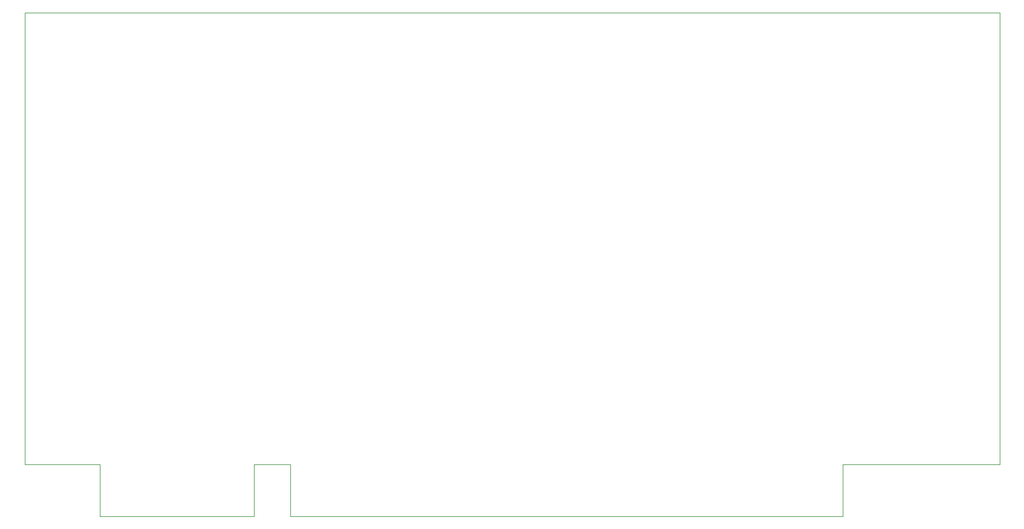
<source format=gbr>
G04 #@! TF.GenerationSoftware,KiCad,Pcbnew,(5.1.8)-1*
G04 #@! TF.CreationDate,2021-11-26T20:47:01-07:00*
G04 #@! TF.ProjectId,80188,38303138-382e-46b6-9963-61645f706362,rev?*
G04 #@! TF.SameCoordinates,Original*
G04 #@! TF.FileFunction,Profile,NP*
%FSLAX46Y46*%
G04 Gerber Fmt 4.6, Leading zero omitted, Abs format (unit mm)*
G04 Created by KiCad (PCBNEW (5.1.8)-1) date 2021-11-26 20:47:01*
%MOMM*%
%LPD*%
G01*
G04 APERTURE LIST*
G04 #@! TA.AperFunction,Profile*
%ADD10C,0.050000*%
G04 #@! TD*
G04 APERTURE END LIST*
D10*
X54983380Y-59664600D02*
X43934380Y-59664600D01*
X54983380Y-125958600D02*
X43934380Y-125958600D01*
X82923380Y-133578600D02*
X82923380Y-125958600D01*
X186936380Y-59664600D02*
X54983380Y-59664600D01*
X77589380Y-125958600D02*
X82923380Y-125958600D01*
X77589380Y-133578600D02*
X77589380Y-125958600D01*
X54983380Y-133578600D02*
X77589380Y-133578600D01*
X54983380Y-125958600D02*
X54983380Y-133578600D01*
X43934380Y-125958600D02*
X43934380Y-59664600D01*
X163949380Y-133578600D02*
X82923380Y-133578600D01*
X163949380Y-125958600D02*
X163949380Y-133578600D01*
X186936380Y-125958600D02*
X186936380Y-59664600D01*
X163949380Y-125958600D02*
X186936380Y-125958600D01*
M02*

</source>
